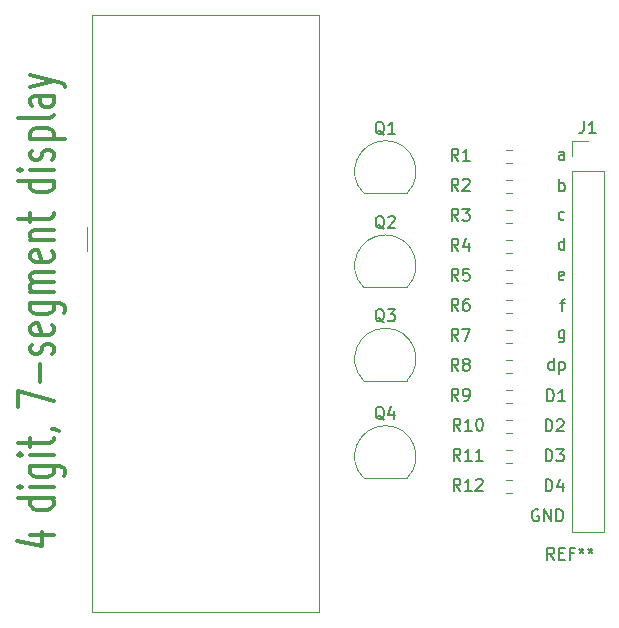
<source format=gbr>
%TF.GenerationSoftware,KiCad,Pcbnew,(7.0.0-0)*%
%TF.CreationDate,2023-03-23T20:34:07-04:00*%
%TF.ProjectId,EE5143_7Digit_FPGA,45453531-3433-45f3-9744-696769745f46,rev?*%
%TF.SameCoordinates,Original*%
%TF.FileFunction,Legend,Top*%
%TF.FilePolarity,Positive*%
%FSLAX46Y46*%
G04 Gerber Fmt 4.6, Leading zero omitted, Abs format (unit mm)*
G04 Created by KiCad (PCBNEW (7.0.0-0)) date 2023-03-23 20:34:07*
%MOMM*%
%LPD*%
G01*
G04 APERTURE LIST*
%ADD10C,0.150000*%
%ADD11C,0.300000*%
%ADD12C,0.120000*%
G04 APERTURE END LIST*
D10*
X138048904Y-73125000D02*
X137953666Y-73077380D01*
X137953666Y-73077380D02*
X137810809Y-73077380D01*
X137810809Y-73077380D02*
X137667952Y-73125000D01*
X137667952Y-73125000D02*
X137572714Y-73220238D01*
X137572714Y-73220238D02*
X137525095Y-73315476D01*
X137525095Y-73315476D02*
X137477476Y-73505952D01*
X137477476Y-73505952D02*
X137477476Y-73648809D01*
X137477476Y-73648809D02*
X137525095Y-73839285D01*
X137525095Y-73839285D02*
X137572714Y-73934523D01*
X137572714Y-73934523D02*
X137667952Y-74029761D01*
X137667952Y-74029761D02*
X137810809Y-74077380D01*
X137810809Y-74077380D02*
X137906047Y-74077380D01*
X137906047Y-74077380D02*
X138048904Y-74029761D01*
X138048904Y-74029761D02*
X138096523Y-73982142D01*
X138096523Y-73982142D02*
X138096523Y-73648809D01*
X138096523Y-73648809D02*
X137906047Y-73648809D01*
X138525095Y-74077380D02*
X138525095Y-73077380D01*
X138525095Y-73077380D02*
X139096523Y-74077380D01*
X139096523Y-74077380D02*
X139096523Y-73077380D01*
X139572714Y-74077380D02*
X139572714Y-73077380D01*
X139572714Y-73077380D02*
X139810809Y-73077380D01*
X139810809Y-73077380D02*
X139953666Y-73125000D01*
X139953666Y-73125000D02*
X140048904Y-73220238D01*
X140048904Y-73220238D02*
X140096523Y-73315476D01*
X140096523Y-73315476D02*
X140144142Y-73505952D01*
X140144142Y-73505952D02*
X140144142Y-73648809D01*
X140144142Y-73648809D02*
X140096523Y-73839285D01*
X140096523Y-73839285D02*
X140048904Y-73934523D01*
X140048904Y-73934523D02*
X139953666Y-74029761D01*
X139953666Y-74029761D02*
X139810809Y-74077380D01*
X139810809Y-74077380D02*
X139572714Y-74077380D01*
X138668095Y-71537380D02*
X138668095Y-70537380D01*
X138668095Y-70537380D02*
X138906190Y-70537380D01*
X138906190Y-70537380D02*
X139049047Y-70585000D01*
X139049047Y-70585000D02*
X139144285Y-70680238D01*
X139144285Y-70680238D02*
X139191904Y-70775476D01*
X139191904Y-70775476D02*
X139239523Y-70965952D01*
X139239523Y-70965952D02*
X139239523Y-71108809D01*
X139239523Y-71108809D02*
X139191904Y-71299285D01*
X139191904Y-71299285D02*
X139144285Y-71394523D01*
X139144285Y-71394523D02*
X139049047Y-71489761D01*
X139049047Y-71489761D02*
X138906190Y-71537380D01*
X138906190Y-71537380D02*
X138668095Y-71537380D01*
X140096666Y-70870714D02*
X140096666Y-71537380D01*
X139858571Y-70489761D02*
X139620476Y-71204047D01*
X139620476Y-71204047D02*
X140239523Y-71204047D01*
X138668095Y-68997380D02*
X138668095Y-67997380D01*
X138668095Y-67997380D02*
X138906190Y-67997380D01*
X138906190Y-67997380D02*
X139049047Y-68045000D01*
X139049047Y-68045000D02*
X139144285Y-68140238D01*
X139144285Y-68140238D02*
X139191904Y-68235476D01*
X139191904Y-68235476D02*
X139239523Y-68425952D01*
X139239523Y-68425952D02*
X139239523Y-68568809D01*
X139239523Y-68568809D02*
X139191904Y-68759285D01*
X139191904Y-68759285D02*
X139144285Y-68854523D01*
X139144285Y-68854523D02*
X139049047Y-68949761D01*
X139049047Y-68949761D02*
X138906190Y-68997380D01*
X138906190Y-68997380D02*
X138668095Y-68997380D01*
X139572857Y-67997380D02*
X140191904Y-67997380D01*
X140191904Y-67997380D02*
X139858571Y-68378333D01*
X139858571Y-68378333D02*
X140001428Y-68378333D01*
X140001428Y-68378333D02*
X140096666Y-68425952D01*
X140096666Y-68425952D02*
X140144285Y-68473571D01*
X140144285Y-68473571D02*
X140191904Y-68568809D01*
X140191904Y-68568809D02*
X140191904Y-68806904D01*
X140191904Y-68806904D02*
X140144285Y-68902142D01*
X140144285Y-68902142D02*
X140096666Y-68949761D01*
X140096666Y-68949761D02*
X140001428Y-68997380D01*
X140001428Y-68997380D02*
X139715714Y-68997380D01*
X139715714Y-68997380D02*
X139620476Y-68949761D01*
X139620476Y-68949761D02*
X139572857Y-68902142D01*
X138668095Y-66457380D02*
X138668095Y-65457380D01*
X138668095Y-65457380D02*
X138906190Y-65457380D01*
X138906190Y-65457380D02*
X139049047Y-65505000D01*
X139049047Y-65505000D02*
X139144285Y-65600238D01*
X139144285Y-65600238D02*
X139191904Y-65695476D01*
X139191904Y-65695476D02*
X139239523Y-65885952D01*
X139239523Y-65885952D02*
X139239523Y-66028809D01*
X139239523Y-66028809D02*
X139191904Y-66219285D01*
X139191904Y-66219285D02*
X139144285Y-66314523D01*
X139144285Y-66314523D02*
X139049047Y-66409761D01*
X139049047Y-66409761D02*
X138906190Y-66457380D01*
X138906190Y-66457380D02*
X138668095Y-66457380D01*
X139620476Y-65552619D02*
X139668095Y-65505000D01*
X139668095Y-65505000D02*
X139763333Y-65457380D01*
X139763333Y-65457380D02*
X140001428Y-65457380D01*
X140001428Y-65457380D02*
X140096666Y-65505000D01*
X140096666Y-65505000D02*
X140144285Y-65552619D01*
X140144285Y-65552619D02*
X140191904Y-65647857D01*
X140191904Y-65647857D02*
X140191904Y-65743095D01*
X140191904Y-65743095D02*
X140144285Y-65885952D01*
X140144285Y-65885952D02*
X139572857Y-66457380D01*
X139572857Y-66457380D02*
X140191904Y-66457380D01*
X138795095Y-63917380D02*
X138795095Y-62917380D01*
X138795095Y-62917380D02*
X139033190Y-62917380D01*
X139033190Y-62917380D02*
X139176047Y-62965000D01*
X139176047Y-62965000D02*
X139271285Y-63060238D01*
X139271285Y-63060238D02*
X139318904Y-63155476D01*
X139318904Y-63155476D02*
X139366523Y-63345952D01*
X139366523Y-63345952D02*
X139366523Y-63488809D01*
X139366523Y-63488809D02*
X139318904Y-63679285D01*
X139318904Y-63679285D02*
X139271285Y-63774523D01*
X139271285Y-63774523D02*
X139176047Y-63869761D01*
X139176047Y-63869761D02*
X139033190Y-63917380D01*
X139033190Y-63917380D02*
X138795095Y-63917380D01*
X140318904Y-63917380D02*
X139747476Y-63917380D01*
X140033190Y-63917380D02*
X140033190Y-62917380D01*
X140033190Y-62917380D02*
X139937952Y-63060238D01*
X139937952Y-63060238D02*
X139842714Y-63155476D01*
X139842714Y-63155476D02*
X139747476Y-63203095D01*
X139350666Y-61250380D02*
X139350666Y-60250380D01*
X139350666Y-61202761D02*
X139255428Y-61250380D01*
X139255428Y-61250380D02*
X139064952Y-61250380D01*
X139064952Y-61250380D02*
X138969714Y-61202761D01*
X138969714Y-61202761D02*
X138922095Y-61155142D01*
X138922095Y-61155142D02*
X138874476Y-61059904D01*
X138874476Y-61059904D02*
X138874476Y-60774190D01*
X138874476Y-60774190D02*
X138922095Y-60678952D01*
X138922095Y-60678952D02*
X138969714Y-60631333D01*
X138969714Y-60631333D02*
X139064952Y-60583714D01*
X139064952Y-60583714D02*
X139255428Y-60583714D01*
X139255428Y-60583714D02*
X139350666Y-60631333D01*
X139826857Y-60583714D02*
X139826857Y-61583714D01*
X139826857Y-60631333D02*
X139922095Y-60583714D01*
X139922095Y-60583714D02*
X140112571Y-60583714D01*
X140112571Y-60583714D02*
X140207809Y-60631333D01*
X140207809Y-60631333D02*
X140255428Y-60678952D01*
X140255428Y-60678952D02*
X140303047Y-60774190D01*
X140303047Y-60774190D02*
X140303047Y-61059904D01*
X140303047Y-61059904D02*
X140255428Y-61155142D01*
X140255428Y-61155142D02*
X140207809Y-61202761D01*
X140207809Y-61202761D02*
X140112571Y-61250380D01*
X140112571Y-61250380D02*
X139922095Y-61250380D01*
X139922095Y-61250380D02*
X139826857Y-61202761D01*
X140239666Y-57916714D02*
X140239666Y-58726238D01*
X140239666Y-58726238D02*
X140192047Y-58821476D01*
X140192047Y-58821476D02*
X140144428Y-58869095D01*
X140144428Y-58869095D02*
X140049190Y-58916714D01*
X140049190Y-58916714D02*
X139906333Y-58916714D01*
X139906333Y-58916714D02*
X139811095Y-58869095D01*
X140239666Y-58535761D02*
X140144428Y-58583380D01*
X140144428Y-58583380D02*
X139953952Y-58583380D01*
X139953952Y-58583380D02*
X139858714Y-58535761D01*
X139858714Y-58535761D02*
X139811095Y-58488142D01*
X139811095Y-58488142D02*
X139763476Y-58392904D01*
X139763476Y-58392904D02*
X139763476Y-58107190D01*
X139763476Y-58107190D02*
X139811095Y-58011952D01*
X139811095Y-58011952D02*
X139858714Y-57964333D01*
X139858714Y-57964333D02*
X139953952Y-57916714D01*
X139953952Y-57916714D02*
X140144428Y-57916714D01*
X140144428Y-57916714D02*
X140239666Y-57964333D01*
X139922238Y-55630714D02*
X140303190Y-55630714D01*
X140065095Y-56297380D02*
X140065095Y-55440238D01*
X140065095Y-55440238D02*
X140112714Y-55345000D01*
X140112714Y-55345000D02*
X140207952Y-55297380D01*
X140207952Y-55297380D02*
X140303190Y-55297380D01*
X140192047Y-53582761D02*
X140096809Y-53630380D01*
X140096809Y-53630380D02*
X139906333Y-53630380D01*
X139906333Y-53630380D02*
X139811095Y-53582761D01*
X139811095Y-53582761D02*
X139763476Y-53487523D01*
X139763476Y-53487523D02*
X139763476Y-53106571D01*
X139763476Y-53106571D02*
X139811095Y-53011333D01*
X139811095Y-53011333D02*
X139906333Y-52963714D01*
X139906333Y-52963714D02*
X140096809Y-52963714D01*
X140096809Y-52963714D02*
X140192047Y-53011333D01*
X140192047Y-53011333D02*
X140239666Y-53106571D01*
X140239666Y-53106571D02*
X140239666Y-53201809D01*
X140239666Y-53201809D02*
X139763476Y-53297047D01*
X140239666Y-51090380D02*
X140239666Y-50090380D01*
X140239666Y-51042761D02*
X140144428Y-51090380D01*
X140144428Y-51090380D02*
X139953952Y-51090380D01*
X139953952Y-51090380D02*
X139858714Y-51042761D01*
X139858714Y-51042761D02*
X139811095Y-50995142D01*
X139811095Y-50995142D02*
X139763476Y-50899904D01*
X139763476Y-50899904D02*
X139763476Y-50614190D01*
X139763476Y-50614190D02*
X139811095Y-50518952D01*
X139811095Y-50518952D02*
X139858714Y-50471333D01*
X139858714Y-50471333D02*
X139953952Y-50423714D01*
X139953952Y-50423714D02*
X140144428Y-50423714D01*
X140144428Y-50423714D02*
X140239666Y-50471333D01*
X140239666Y-48502761D02*
X140144428Y-48550380D01*
X140144428Y-48550380D02*
X139953952Y-48550380D01*
X139953952Y-48550380D02*
X139858714Y-48502761D01*
X139858714Y-48502761D02*
X139811095Y-48455142D01*
X139811095Y-48455142D02*
X139763476Y-48359904D01*
X139763476Y-48359904D02*
X139763476Y-48074190D01*
X139763476Y-48074190D02*
X139811095Y-47978952D01*
X139811095Y-47978952D02*
X139858714Y-47931333D01*
X139858714Y-47931333D02*
X139953952Y-47883714D01*
X139953952Y-47883714D02*
X140144428Y-47883714D01*
X140144428Y-47883714D02*
X140239666Y-47931333D01*
X139811095Y-46137380D02*
X139811095Y-45137380D01*
X139811095Y-45518333D02*
X139906333Y-45470714D01*
X139906333Y-45470714D02*
X140096809Y-45470714D01*
X140096809Y-45470714D02*
X140192047Y-45518333D01*
X140192047Y-45518333D02*
X140239666Y-45565952D01*
X140239666Y-45565952D02*
X140287285Y-45661190D01*
X140287285Y-45661190D02*
X140287285Y-45946904D01*
X140287285Y-45946904D02*
X140239666Y-46042142D01*
X140239666Y-46042142D02*
X140192047Y-46089761D01*
X140192047Y-46089761D02*
X140096809Y-46137380D01*
X140096809Y-46137380D02*
X139906333Y-46137380D01*
X139906333Y-46137380D02*
X139811095Y-46089761D01*
X140239666Y-43470380D02*
X140239666Y-42946571D01*
X140239666Y-42946571D02*
X140192047Y-42851333D01*
X140192047Y-42851333D02*
X140096809Y-42803714D01*
X140096809Y-42803714D02*
X139906333Y-42803714D01*
X139906333Y-42803714D02*
X139811095Y-42851333D01*
X140239666Y-43422761D02*
X140144428Y-43470380D01*
X140144428Y-43470380D02*
X139906333Y-43470380D01*
X139906333Y-43470380D02*
X139811095Y-43422761D01*
X139811095Y-43422761D02*
X139763476Y-43327523D01*
X139763476Y-43327523D02*
X139763476Y-43232285D01*
X139763476Y-43232285D02*
X139811095Y-43137047D01*
X139811095Y-43137047D02*
X139906333Y-43089428D01*
X139906333Y-43089428D02*
X140144428Y-43089428D01*
X140144428Y-43089428D02*
X140239666Y-43041809D01*
D11*
X95010142Y-75247666D02*
X97010142Y-75247666D01*
X93867285Y-75723857D02*
X96010142Y-76200047D01*
X96010142Y-76200047D02*
X96010142Y-74961952D01*
X97010142Y-72142904D02*
X94010142Y-72142904D01*
X96867285Y-72142904D02*
X97010142Y-72333380D01*
X97010142Y-72333380D02*
X97010142Y-72714333D01*
X97010142Y-72714333D02*
X96867285Y-72904809D01*
X96867285Y-72904809D02*
X96724428Y-73000047D01*
X96724428Y-73000047D02*
X96438714Y-73095285D01*
X96438714Y-73095285D02*
X95581571Y-73095285D01*
X95581571Y-73095285D02*
X95295857Y-73000047D01*
X95295857Y-73000047D02*
X95153000Y-72904809D01*
X95153000Y-72904809D02*
X95010142Y-72714333D01*
X95010142Y-72714333D02*
X95010142Y-72333380D01*
X95010142Y-72333380D02*
X95153000Y-72142904D01*
X97010142Y-71190523D02*
X95010142Y-71190523D01*
X94010142Y-71190523D02*
X94153000Y-71285761D01*
X94153000Y-71285761D02*
X94295857Y-71190523D01*
X94295857Y-71190523D02*
X94153000Y-71095285D01*
X94153000Y-71095285D02*
X94010142Y-71190523D01*
X94010142Y-71190523D02*
X94295857Y-71190523D01*
X95010142Y-69380999D02*
X97438714Y-69380999D01*
X97438714Y-69380999D02*
X97724428Y-69476237D01*
X97724428Y-69476237D02*
X97867285Y-69571475D01*
X97867285Y-69571475D02*
X98010142Y-69761952D01*
X98010142Y-69761952D02*
X98010142Y-70047666D01*
X98010142Y-70047666D02*
X97867285Y-70238142D01*
X96867285Y-69380999D02*
X97010142Y-69571475D01*
X97010142Y-69571475D02*
X97010142Y-69952428D01*
X97010142Y-69952428D02*
X96867285Y-70142904D01*
X96867285Y-70142904D02*
X96724428Y-70238142D01*
X96724428Y-70238142D02*
X96438714Y-70333380D01*
X96438714Y-70333380D02*
X95581571Y-70333380D01*
X95581571Y-70333380D02*
X95295857Y-70238142D01*
X95295857Y-70238142D02*
X95153000Y-70142904D01*
X95153000Y-70142904D02*
X95010142Y-69952428D01*
X95010142Y-69952428D02*
X95010142Y-69571475D01*
X95010142Y-69571475D02*
X95153000Y-69380999D01*
X97010142Y-68428618D02*
X95010142Y-68428618D01*
X94010142Y-68428618D02*
X94153000Y-68523856D01*
X94153000Y-68523856D02*
X94295857Y-68428618D01*
X94295857Y-68428618D02*
X94153000Y-68333380D01*
X94153000Y-68333380D02*
X94010142Y-68428618D01*
X94010142Y-68428618D02*
X94295857Y-68428618D01*
X95010142Y-67761951D02*
X95010142Y-67000047D01*
X94010142Y-67476237D02*
X96581571Y-67476237D01*
X96581571Y-67476237D02*
X96867285Y-67380999D01*
X96867285Y-67380999D02*
X97010142Y-67190523D01*
X97010142Y-67190523D02*
X97010142Y-67000047D01*
X96867285Y-66238142D02*
X97010142Y-66238142D01*
X97010142Y-66238142D02*
X97295857Y-66333380D01*
X97295857Y-66333380D02*
X97438714Y-66428618D01*
X94010142Y-64371475D02*
X94010142Y-63038142D01*
X94010142Y-63038142D02*
X97010142Y-63895285D01*
X95867285Y-62276237D02*
X95867285Y-60752428D01*
X96867285Y-59895285D02*
X97010142Y-59704809D01*
X97010142Y-59704809D02*
X97010142Y-59323857D01*
X97010142Y-59323857D02*
X96867285Y-59133380D01*
X96867285Y-59133380D02*
X96581571Y-59038142D01*
X96581571Y-59038142D02*
X96438714Y-59038142D01*
X96438714Y-59038142D02*
X96153000Y-59133380D01*
X96153000Y-59133380D02*
X96010142Y-59323857D01*
X96010142Y-59323857D02*
X96010142Y-59609571D01*
X96010142Y-59609571D02*
X95867285Y-59800047D01*
X95867285Y-59800047D02*
X95581571Y-59895285D01*
X95581571Y-59895285D02*
X95438714Y-59895285D01*
X95438714Y-59895285D02*
X95153000Y-59800047D01*
X95153000Y-59800047D02*
X95010142Y-59609571D01*
X95010142Y-59609571D02*
X95010142Y-59323857D01*
X95010142Y-59323857D02*
X95153000Y-59133380D01*
X96867285Y-57419094D02*
X97010142Y-57609570D01*
X97010142Y-57609570D02*
X97010142Y-57990523D01*
X97010142Y-57990523D02*
X96867285Y-58180999D01*
X96867285Y-58180999D02*
X96581571Y-58276237D01*
X96581571Y-58276237D02*
X95438714Y-58276237D01*
X95438714Y-58276237D02*
X95153000Y-58180999D01*
X95153000Y-58180999D02*
X95010142Y-57990523D01*
X95010142Y-57990523D02*
X95010142Y-57609570D01*
X95010142Y-57609570D02*
X95153000Y-57419094D01*
X95153000Y-57419094D02*
X95438714Y-57323856D01*
X95438714Y-57323856D02*
X95724428Y-57323856D01*
X95724428Y-57323856D02*
X96010142Y-58276237D01*
X95010142Y-55609570D02*
X97438714Y-55609570D01*
X97438714Y-55609570D02*
X97724428Y-55704808D01*
X97724428Y-55704808D02*
X97867285Y-55800046D01*
X97867285Y-55800046D02*
X98010142Y-55990523D01*
X98010142Y-55990523D02*
X98010142Y-56276237D01*
X98010142Y-56276237D02*
X97867285Y-56466713D01*
X96867285Y-55609570D02*
X97010142Y-55800046D01*
X97010142Y-55800046D02*
X97010142Y-56180999D01*
X97010142Y-56180999D02*
X96867285Y-56371475D01*
X96867285Y-56371475D02*
X96724428Y-56466713D01*
X96724428Y-56466713D02*
X96438714Y-56561951D01*
X96438714Y-56561951D02*
X95581571Y-56561951D01*
X95581571Y-56561951D02*
X95295857Y-56466713D01*
X95295857Y-56466713D02*
X95153000Y-56371475D01*
X95153000Y-56371475D02*
X95010142Y-56180999D01*
X95010142Y-56180999D02*
X95010142Y-55800046D01*
X95010142Y-55800046D02*
X95153000Y-55609570D01*
X97010142Y-54657189D02*
X95010142Y-54657189D01*
X95295857Y-54657189D02*
X95153000Y-54561951D01*
X95153000Y-54561951D02*
X95010142Y-54371475D01*
X95010142Y-54371475D02*
X95010142Y-54085760D01*
X95010142Y-54085760D02*
X95153000Y-53895284D01*
X95153000Y-53895284D02*
X95438714Y-53800046D01*
X95438714Y-53800046D02*
X97010142Y-53800046D01*
X95438714Y-53800046D02*
X95153000Y-53704808D01*
X95153000Y-53704808D02*
X95010142Y-53514332D01*
X95010142Y-53514332D02*
X95010142Y-53228618D01*
X95010142Y-53228618D02*
X95153000Y-53038141D01*
X95153000Y-53038141D02*
X95438714Y-52942903D01*
X95438714Y-52942903D02*
X97010142Y-52942903D01*
X96867285Y-51228617D02*
X97010142Y-51419093D01*
X97010142Y-51419093D02*
X97010142Y-51800046D01*
X97010142Y-51800046D02*
X96867285Y-51990522D01*
X96867285Y-51990522D02*
X96581571Y-52085760D01*
X96581571Y-52085760D02*
X95438714Y-52085760D01*
X95438714Y-52085760D02*
X95153000Y-51990522D01*
X95153000Y-51990522D02*
X95010142Y-51800046D01*
X95010142Y-51800046D02*
X95010142Y-51419093D01*
X95010142Y-51419093D02*
X95153000Y-51228617D01*
X95153000Y-51228617D02*
X95438714Y-51133379D01*
X95438714Y-51133379D02*
X95724428Y-51133379D01*
X95724428Y-51133379D02*
X96010142Y-52085760D01*
X95010142Y-50276236D02*
X97010142Y-50276236D01*
X95295857Y-50276236D02*
X95153000Y-50180998D01*
X95153000Y-50180998D02*
X95010142Y-49990522D01*
X95010142Y-49990522D02*
X95010142Y-49704807D01*
X95010142Y-49704807D02*
X95153000Y-49514331D01*
X95153000Y-49514331D02*
X95438714Y-49419093D01*
X95438714Y-49419093D02*
X97010142Y-49419093D01*
X95010142Y-48752426D02*
X95010142Y-47990522D01*
X94010142Y-48466712D02*
X96581571Y-48466712D01*
X96581571Y-48466712D02*
X96867285Y-48371474D01*
X96867285Y-48371474D02*
X97010142Y-48180998D01*
X97010142Y-48180998D02*
X97010142Y-47990522D01*
X97010142Y-45266712D02*
X94010142Y-45266712D01*
X96867285Y-45266712D02*
X97010142Y-45457188D01*
X97010142Y-45457188D02*
X97010142Y-45838141D01*
X97010142Y-45838141D02*
X96867285Y-46028617D01*
X96867285Y-46028617D02*
X96724428Y-46123855D01*
X96724428Y-46123855D02*
X96438714Y-46219093D01*
X96438714Y-46219093D02*
X95581571Y-46219093D01*
X95581571Y-46219093D02*
X95295857Y-46123855D01*
X95295857Y-46123855D02*
X95153000Y-46028617D01*
X95153000Y-46028617D02*
X95010142Y-45838141D01*
X95010142Y-45838141D02*
X95010142Y-45457188D01*
X95010142Y-45457188D02*
X95153000Y-45266712D01*
X97010142Y-44314331D02*
X95010142Y-44314331D01*
X94010142Y-44314331D02*
X94153000Y-44409569D01*
X94153000Y-44409569D02*
X94295857Y-44314331D01*
X94295857Y-44314331D02*
X94153000Y-44219093D01*
X94153000Y-44219093D02*
X94010142Y-44314331D01*
X94010142Y-44314331D02*
X94295857Y-44314331D01*
X96867285Y-43457188D02*
X97010142Y-43266712D01*
X97010142Y-43266712D02*
X97010142Y-42885760D01*
X97010142Y-42885760D02*
X96867285Y-42695283D01*
X96867285Y-42695283D02*
X96581571Y-42600045D01*
X96581571Y-42600045D02*
X96438714Y-42600045D01*
X96438714Y-42600045D02*
X96153000Y-42695283D01*
X96153000Y-42695283D02*
X96010142Y-42885760D01*
X96010142Y-42885760D02*
X96010142Y-43171474D01*
X96010142Y-43171474D02*
X95867285Y-43361950D01*
X95867285Y-43361950D02*
X95581571Y-43457188D01*
X95581571Y-43457188D02*
X95438714Y-43457188D01*
X95438714Y-43457188D02*
X95153000Y-43361950D01*
X95153000Y-43361950D02*
X95010142Y-43171474D01*
X95010142Y-43171474D02*
X95010142Y-42885760D01*
X95010142Y-42885760D02*
X95153000Y-42695283D01*
X95010142Y-41742902D02*
X98010142Y-41742902D01*
X95153000Y-41742902D02*
X95010142Y-41552426D01*
X95010142Y-41552426D02*
X95010142Y-41171473D01*
X95010142Y-41171473D02*
X95153000Y-40980997D01*
X95153000Y-40980997D02*
X95295857Y-40885759D01*
X95295857Y-40885759D02*
X95581571Y-40790521D01*
X95581571Y-40790521D02*
X96438714Y-40790521D01*
X96438714Y-40790521D02*
X96724428Y-40885759D01*
X96724428Y-40885759D02*
X96867285Y-40980997D01*
X96867285Y-40980997D02*
X97010142Y-41171473D01*
X97010142Y-41171473D02*
X97010142Y-41552426D01*
X97010142Y-41552426D02*
X96867285Y-41742902D01*
X97010142Y-39647664D02*
X96867285Y-39838140D01*
X96867285Y-39838140D02*
X96581571Y-39933378D01*
X96581571Y-39933378D02*
X94010142Y-39933378D01*
X97010142Y-38028616D02*
X95438714Y-38028616D01*
X95438714Y-38028616D02*
X95153000Y-38123854D01*
X95153000Y-38123854D02*
X95010142Y-38314330D01*
X95010142Y-38314330D02*
X95010142Y-38695283D01*
X95010142Y-38695283D02*
X95153000Y-38885759D01*
X96867285Y-38028616D02*
X97010142Y-38219092D01*
X97010142Y-38219092D02*
X97010142Y-38695283D01*
X97010142Y-38695283D02*
X96867285Y-38885759D01*
X96867285Y-38885759D02*
X96581571Y-38980997D01*
X96581571Y-38980997D02*
X96295857Y-38980997D01*
X96295857Y-38980997D02*
X96010142Y-38885759D01*
X96010142Y-38885759D02*
X95867285Y-38695283D01*
X95867285Y-38695283D02*
X95867285Y-38219092D01*
X95867285Y-38219092D02*
X95724428Y-38028616D01*
X95010142Y-37266711D02*
X97010142Y-36790521D01*
X95010142Y-36314330D02*
X97010142Y-36790521D01*
X97010142Y-36790521D02*
X97724428Y-36980997D01*
X97724428Y-36980997D02*
X97867285Y-37076235D01*
X97867285Y-37076235D02*
X98010142Y-37266711D01*
D10*
%TO.C,REF\u002A\u002A*%
X139382666Y-77320380D02*
X139049333Y-76844190D01*
X138811238Y-77320380D02*
X138811238Y-76320380D01*
X138811238Y-76320380D02*
X139192190Y-76320380D01*
X139192190Y-76320380D02*
X139287428Y-76368000D01*
X139287428Y-76368000D02*
X139335047Y-76415619D01*
X139335047Y-76415619D02*
X139382666Y-76510857D01*
X139382666Y-76510857D02*
X139382666Y-76653714D01*
X139382666Y-76653714D02*
X139335047Y-76748952D01*
X139335047Y-76748952D02*
X139287428Y-76796571D01*
X139287428Y-76796571D02*
X139192190Y-76844190D01*
X139192190Y-76844190D02*
X138811238Y-76844190D01*
X139811238Y-76796571D02*
X140144571Y-76796571D01*
X140287428Y-77320380D02*
X139811238Y-77320380D01*
X139811238Y-77320380D02*
X139811238Y-76320380D01*
X139811238Y-76320380D02*
X140287428Y-76320380D01*
X141049333Y-76796571D02*
X140716000Y-76796571D01*
X140716000Y-77320380D02*
X140716000Y-76320380D01*
X140716000Y-76320380D02*
X141192190Y-76320380D01*
X141716000Y-76320380D02*
X141716000Y-76558476D01*
X141477905Y-76463238D02*
X141716000Y-76558476D01*
X141716000Y-76558476D02*
X141954095Y-76463238D01*
X141573143Y-76748952D02*
X141716000Y-76558476D01*
X141716000Y-76558476D02*
X141858857Y-76748952D01*
X142477905Y-76320380D02*
X142477905Y-76558476D01*
X142239810Y-76463238D02*
X142477905Y-76558476D01*
X142477905Y-76558476D02*
X142716000Y-76463238D01*
X142335048Y-76748952D02*
X142477905Y-76558476D01*
X142477905Y-76558476D02*
X142620762Y-76748952D01*
%TO.C,Q3*%
X124999761Y-57227619D02*
X124904523Y-57180000D01*
X124904523Y-57180000D02*
X124809285Y-57084761D01*
X124809285Y-57084761D02*
X124666428Y-56941904D01*
X124666428Y-56941904D02*
X124571190Y-56894285D01*
X124571190Y-56894285D02*
X124475952Y-56894285D01*
X124523571Y-57132380D02*
X124428333Y-57084761D01*
X124428333Y-57084761D02*
X124333095Y-56989523D01*
X124333095Y-56989523D02*
X124285476Y-56799047D01*
X124285476Y-56799047D02*
X124285476Y-56465714D01*
X124285476Y-56465714D02*
X124333095Y-56275238D01*
X124333095Y-56275238D02*
X124428333Y-56180000D01*
X124428333Y-56180000D02*
X124523571Y-56132380D01*
X124523571Y-56132380D02*
X124714047Y-56132380D01*
X124714047Y-56132380D02*
X124809285Y-56180000D01*
X124809285Y-56180000D02*
X124904523Y-56275238D01*
X124904523Y-56275238D02*
X124952142Y-56465714D01*
X124952142Y-56465714D02*
X124952142Y-56799047D01*
X124952142Y-56799047D02*
X124904523Y-56989523D01*
X124904523Y-56989523D02*
X124809285Y-57084761D01*
X124809285Y-57084761D02*
X124714047Y-57132380D01*
X124714047Y-57132380D02*
X124523571Y-57132380D01*
X125285476Y-56132380D02*
X125904523Y-56132380D01*
X125904523Y-56132380D02*
X125571190Y-56513333D01*
X125571190Y-56513333D02*
X125714047Y-56513333D01*
X125714047Y-56513333D02*
X125809285Y-56560952D01*
X125809285Y-56560952D02*
X125856904Y-56608571D01*
X125856904Y-56608571D02*
X125904523Y-56703809D01*
X125904523Y-56703809D02*
X125904523Y-56941904D01*
X125904523Y-56941904D02*
X125856904Y-57037142D01*
X125856904Y-57037142D02*
X125809285Y-57084761D01*
X125809285Y-57084761D02*
X125714047Y-57132380D01*
X125714047Y-57132380D02*
X125428333Y-57132380D01*
X125428333Y-57132380D02*
X125333095Y-57084761D01*
X125333095Y-57084761D02*
X125285476Y-57037142D01*
%TO.C,R7*%
X131278333Y-58787380D02*
X130945000Y-58311190D01*
X130706905Y-58787380D02*
X130706905Y-57787380D01*
X130706905Y-57787380D02*
X131087857Y-57787380D01*
X131087857Y-57787380D02*
X131183095Y-57835000D01*
X131183095Y-57835000D02*
X131230714Y-57882619D01*
X131230714Y-57882619D02*
X131278333Y-57977857D01*
X131278333Y-57977857D02*
X131278333Y-58120714D01*
X131278333Y-58120714D02*
X131230714Y-58215952D01*
X131230714Y-58215952D02*
X131183095Y-58263571D01*
X131183095Y-58263571D02*
X131087857Y-58311190D01*
X131087857Y-58311190D02*
X130706905Y-58311190D01*
X131611667Y-57787380D02*
X132278333Y-57787380D01*
X132278333Y-57787380D02*
X131849762Y-58787380D01*
%TO.C,R12*%
X131437142Y-71487380D02*
X131103809Y-71011190D01*
X130865714Y-71487380D02*
X130865714Y-70487380D01*
X130865714Y-70487380D02*
X131246666Y-70487380D01*
X131246666Y-70487380D02*
X131341904Y-70535000D01*
X131341904Y-70535000D02*
X131389523Y-70582619D01*
X131389523Y-70582619D02*
X131437142Y-70677857D01*
X131437142Y-70677857D02*
X131437142Y-70820714D01*
X131437142Y-70820714D02*
X131389523Y-70915952D01*
X131389523Y-70915952D02*
X131341904Y-70963571D01*
X131341904Y-70963571D02*
X131246666Y-71011190D01*
X131246666Y-71011190D02*
X130865714Y-71011190D01*
X132389523Y-71487380D02*
X131818095Y-71487380D01*
X132103809Y-71487380D02*
X132103809Y-70487380D01*
X132103809Y-70487380D02*
X132008571Y-70630238D01*
X132008571Y-70630238D02*
X131913333Y-70725476D01*
X131913333Y-70725476D02*
X131818095Y-70773095D01*
X132770476Y-70582619D02*
X132818095Y-70535000D01*
X132818095Y-70535000D02*
X132913333Y-70487380D01*
X132913333Y-70487380D02*
X133151428Y-70487380D01*
X133151428Y-70487380D02*
X133246666Y-70535000D01*
X133246666Y-70535000D02*
X133294285Y-70582619D01*
X133294285Y-70582619D02*
X133341904Y-70677857D01*
X133341904Y-70677857D02*
X133341904Y-70773095D01*
X133341904Y-70773095D02*
X133294285Y-70915952D01*
X133294285Y-70915952D02*
X132722857Y-71487380D01*
X132722857Y-71487380D02*
X133341904Y-71487380D01*
%TO.C,R11*%
X131437142Y-68947380D02*
X131103809Y-68471190D01*
X130865714Y-68947380D02*
X130865714Y-67947380D01*
X130865714Y-67947380D02*
X131246666Y-67947380D01*
X131246666Y-67947380D02*
X131341904Y-67995000D01*
X131341904Y-67995000D02*
X131389523Y-68042619D01*
X131389523Y-68042619D02*
X131437142Y-68137857D01*
X131437142Y-68137857D02*
X131437142Y-68280714D01*
X131437142Y-68280714D02*
X131389523Y-68375952D01*
X131389523Y-68375952D02*
X131341904Y-68423571D01*
X131341904Y-68423571D02*
X131246666Y-68471190D01*
X131246666Y-68471190D02*
X130865714Y-68471190D01*
X132389523Y-68947380D02*
X131818095Y-68947380D01*
X132103809Y-68947380D02*
X132103809Y-67947380D01*
X132103809Y-67947380D02*
X132008571Y-68090238D01*
X132008571Y-68090238D02*
X131913333Y-68185476D01*
X131913333Y-68185476D02*
X131818095Y-68233095D01*
X133341904Y-68947380D02*
X132770476Y-68947380D01*
X133056190Y-68947380D02*
X133056190Y-67947380D01*
X133056190Y-67947380D02*
X132960952Y-68090238D01*
X132960952Y-68090238D02*
X132865714Y-68185476D01*
X132865714Y-68185476D02*
X132770476Y-68233095D01*
%TO.C,R10*%
X131437142Y-66407380D02*
X131103809Y-65931190D01*
X130865714Y-66407380D02*
X130865714Y-65407380D01*
X130865714Y-65407380D02*
X131246666Y-65407380D01*
X131246666Y-65407380D02*
X131341904Y-65455000D01*
X131341904Y-65455000D02*
X131389523Y-65502619D01*
X131389523Y-65502619D02*
X131437142Y-65597857D01*
X131437142Y-65597857D02*
X131437142Y-65740714D01*
X131437142Y-65740714D02*
X131389523Y-65835952D01*
X131389523Y-65835952D02*
X131341904Y-65883571D01*
X131341904Y-65883571D02*
X131246666Y-65931190D01*
X131246666Y-65931190D02*
X130865714Y-65931190D01*
X132389523Y-66407380D02*
X131818095Y-66407380D01*
X132103809Y-66407380D02*
X132103809Y-65407380D01*
X132103809Y-65407380D02*
X132008571Y-65550238D01*
X132008571Y-65550238D02*
X131913333Y-65645476D01*
X131913333Y-65645476D02*
X131818095Y-65693095D01*
X133008571Y-65407380D02*
X133103809Y-65407380D01*
X133103809Y-65407380D02*
X133199047Y-65455000D01*
X133199047Y-65455000D02*
X133246666Y-65502619D01*
X133246666Y-65502619D02*
X133294285Y-65597857D01*
X133294285Y-65597857D02*
X133341904Y-65788333D01*
X133341904Y-65788333D02*
X133341904Y-66026428D01*
X133341904Y-66026428D02*
X133294285Y-66216904D01*
X133294285Y-66216904D02*
X133246666Y-66312142D01*
X133246666Y-66312142D02*
X133199047Y-66359761D01*
X133199047Y-66359761D02*
X133103809Y-66407380D01*
X133103809Y-66407380D02*
X133008571Y-66407380D01*
X133008571Y-66407380D02*
X132913333Y-66359761D01*
X132913333Y-66359761D02*
X132865714Y-66312142D01*
X132865714Y-66312142D02*
X132818095Y-66216904D01*
X132818095Y-66216904D02*
X132770476Y-66026428D01*
X132770476Y-66026428D02*
X132770476Y-65788333D01*
X132770476Y-65788333D02*
X132818095Y-65597857D01*
X132818095Y-65597857D02*
X132865714Y-65502619D01*
X132865714Y-65502619D02*
X132913333Y-65455000D01*
X132913333Y-65455000D02*
X133008571Y-65407380D01*
%TO.C,R9*%
X131278333Y-63867380D02*
X130945000Y-63391190D01*
X130706905Y-63867380D02*
X130706905Y-62867380D01*
X130706905Y-62867380D02*
X131087857Y-62867380D01*
X131087857Y-62867380D02*
X131183095Y-62915000D01*
X131183095Y-62915000D02*
X131230714Y-62962619D01*
X131230714Y-62962619D02*
X131278333Y-63057857D01*
X131278333Y-63057857D02*
X131278333Y-63200714D01*
X131278333Y-63200714D02*
X131230714Y-63295952D01*
X131230714Y-63295952D02*
X131183095Y-63343571D01*
X131183095Y-63343571D02*
X131087857Y-63391190D01*
X131087857Y-63391190D02*
X130706905Y-63391190D01*
X131754524Y-63867380D02*
X131945000Y-63867380D01*
X131945000Y-63867380D02*
X132040238Y-63819761D01*
X132040238Y-63819761D02*
X132087857Y-63772142D01*
X132087857Y-63772142D02*
X132183095Y-63629285D01*
X132183095Y-63629285D02*
X132230714Y-63438809D01*
X132230714Y-63438809D02*
X132230714Y-63057857D01*
X132230714Y-63057857D02*
X132183095Y-62962619D01*
X132183095Y-62962619D02*
X132135476Y-62915000D01*
X132135476Y-62915000D02*
X132040238Y-62867380D01*
X132040238Y-62867380D02*
X131849762Y-62867380D01*
X131849762Y-62867380D02*
X131754524Y-62915000D01*
X131754524Y-62915000D02*
X131706905Y-62962619D01*
X131706905Y-62962619D02*
X131659286Y-63057857D01*
X131659286Y-63057857D02*
X131659286Y-63295952D01*
X131659286Y-63295952D02*
X131706905Y-63391190D01*
X131706905Y-63391190D02*
X131754524Y-63438809D01*
X131754524Y-63438809D02*
X131849762Y-63486428D01*
X131849762Y-63486428D02*
X132040238Y-63486428D01*
X132040238Y-63486428D02*
X132135476Y-63438809D01*
X132135476Y-63438809D02*
X132183095Y-63391190D01*
X132183095Y-63391190D02*
X132230714Y-63295952D01*
%TO.C,R8*%
X131278333Y-61327380D02*
X130945000Y-60851190D01*
X130706905Y-61327380D02*
X130706905Y-60327380D01*
X130706905Y-60327380D02*
X131087857Y-60327380D01*
X131087857Y-60327380D02*
X131183095Y-60375000D01*
X131183095Y-60375000D02*
X131230714Y-60422619D01*
X131230714Y-60422619D02*
X131278333Y-60517857D01*
X131278333Y-60517857D02*
X131278333Y-60660714D01*
X131278333Y-60660714D02*
X131230714Y-60755952D01*
X131230714Y-60755952D02*
X131183095Y-60803571D01*
X131183095Y-60803571D02*
X131087857Y-60851190D01*
X131087857Y-60851190D02*
X130706905Y-60851190D01*
X131849762Y-60755952D02*
X131754524Y-60708333D01*
X131754524Y-60708333D02*
X131706905Y-60660714D01*
X131706905Y-60660714D02*
X131659286Y-60565476D01*
X131659286Y-60565476D02*
X131659286Y-60517857D01*
X131659286Y-60517857D02*
X131706905Y-60422619D01*
X131706905Y-60422619D02*
X131754524Y-60375000D01*
X131754524Y-60375000D02*
X131849762Y-60327380D01*
X131849762Y-60327380D02*
X132040238Y-60327380D01*
X132040238Y-60327380D02*
X132135476Y-60375000D01*
X132135476Y-60375000D02*
X132183095Y-60422619D01*
X132183095Y-60422619D02*
X132230714Y-60517857D01*
X132230714Y-60517857D02*
X132230714Y-60565476D01*
X132230714Y-60565476D02*
X132183095Y-60660714D01*
X132183095Y-60660714D02*
X132135476Y-60708333D01*
X132135476Y-60708333D02*
X132040238Y-60755952D01*
X132040238Y-60755952D02*
X131849762Y-60755952D01*
X131849762Y-60755952D02*
X131754524Y-60803571D01*
X131754524Y-60803571D02*
X131706905Y-60851190D01*
X131706905Y-60851190D02*
X131659286Y-60946428D01*
X131659286Y-60946428D02*
X131659286Y-61136904D01*
X131659286Y-61136904D02*
X131706905Y-61232142D01*
X131706905Y-61232142D02*
X131754524Y-61279761D01*
X131754524Y-61279761D02*
X131849762Y-61327380D01*
X131849762Y-61327380D02*
X132040238Y-61327380D01*
X132040238Y-61327380D02*
X132135476Y-61279761D01*
X132135476Y-61279761D02*
X132183095Y-61232142D01*
X132183095Y-61232142D02*
X132230714Y-61136904D01*
X132230714Y-61136904D02*
X132230714Y-60946428D01*
X132230714Y-60946428D02*
X132183095Y-60851190D01*
X132183095Y-60851190D02*
X132135476Y-60803571D01*
X132135476Y-60803571D02*
X132040238Y-60755952D01*
%TO.C,R6*%
X131278333Y-56247380D02*
X130945000Y-55771190D01*
X130706905Y-56247380D02*
X130706905Y-55247380D01*
X130706905Y-55247380D02*
X131087857Y-55247380D01*
X131087857Y-55247380D02*
X131183095Y-55295000D01*
X131183095Y-55295000D02*
X131230714Y-55342619D01*
X131230714Y-55342619D02*
X131278333Y-55437857D01*
X131278333Y-55437857D02*
X131278333Y-55580714D01*
X131278333Y-55580714D02*
X131230714Y-55675952D01*
X131230714Y-55675952D02*
X131183095Y-55723571D01*
X131183095Y-55723571D02*
X131087857Y-55771190D01*
X131087857Y-55771190D02*
X130706905Y-55771190D01*
X132135476Y-55247380D02*
X131945000Y-55247380D01*
X131945000Y-55247380D02*
X131849762Y-55295000D01*
X131849762Y-55295000D02*
X131802143Y-55342619D01*
X131802143Y-55342619D02*
X131706905Y-55485476D01*
X131706905Y-55485476D02*
X131659286Y-55675952D01*
X131659286Y-55675952D02*
X131659286Y-56056904D01*
X131659286Y-56056904D02*
X131706905Y-56152142D01*
X131706905Y-56152142D02*
X131754524Y-56199761D01*
X131754524Y-56199761D02*
X131849762Y-56247380D01*
X131849762Y-56247380D02*
X132040238Y-56247380D01*
X132040238Y-56247380D02*
X132135476Y-56199761D01*
X132135476Y-56199761D02*
X132183095Y-56152142D01*
X132183095Y-56152142D02*
X132230714Y-56056904D01*
X132230714Y-56056904D02*
X132230714Y-55818809D01*
X132230714Y-55818809D02*
X132183095Y-55723571D01*
X132183095Y-55723571D02*
X132135476Y-55675952D01*
X132135476Y-55675952D02*
X132040238Y-55628333D01*
X132040238Y-55628333D02*
X131849762Y-55628333D01*
X131849762Y-55628333D02*
X131754524Y-55675952D01*
X131754524Y-55675952D02*
X131706905Y-55723571D01*
X131706905Y-55723571D02*
X131659286Y-55818809D01*
%TO.C,R5*%
X131278333Y-53707380D02*
X130945000Y-53231190D01*
X130706905Y-53707380D02*
X130706905Y-52707380D01*
X130706905Y-52707380D02*
X131087857Y-52707380D01*
X131087857Y-52707380D02*
X131183095Y-52755000D01*
X131183095Y-52755000D02*
X131230714Y-52802619D01*
X131230714Y-52802619D02*
X131278333Y-52897857D01*
X131278333Y-52897857D02*
X131278333Y-53040714D01*
X131278333Y-53040714D02*
X131230714Y-53135952D01*
X131230714Y-53135952D02*
X131183095Y-53183571D01*
X131183095Y-53183571D02*
X131087857Y-53231190D01*
X131087857Y-53231190D02*
X130706905Y-53231190D01*
X132183095Y-52707380D02*
X131706905Y-52707380D01*
X131706905Y-52707380D02*
X131659286Y-53183571D01*
X131659286Y-53183571D02*
X131706905Y-53135952D01*
X131706905Y-53135952D02*
X131802143Y-53088333D01*
X131802143Y-53088333D02*
X132040238Y-53088333D01*
X132040238Y-53088333D02*
X132135476Y-53135952D01*
X132135476Y-53135952D02*
X132183095Y-53183571D01*
X132183095Y-53183571D02*
X132230714Y-53278809D01*
X132230714Y-53278809D02*
X132230714Y-53516904D01*
X132230714Y-53516904D02*
X132183095Y-53612142D01*
X132183095Y-53612142D02*
X132135476Y-53659761D01*
X132135476Y-53659761D02*
X132040238Y-53707380D01*
X132040238Y-53707380D02*
X131802143Y-53707380D01*
X131802143Y-53707380D02*
X131706905Y-53659761D01*
X131706905Y-53659761D02*
X131659286Y-53612142D01*
%TO.C,R4*%
X131278333Y-51167380D02*
X130945000Y-50691190D01*
X130706905Y-51167380D02*
X130706905Y-50167380D01*
X130706905Y-50167380D02*
X131087857Y-50167380D01*
X131087857Y-50167380D02*
X131183095Y-50215000D01*
X131183095Y-50215000D02*
X131230714Y-50262619D01*
X131230714Y-50262619D02*
X131278333Y-50357857D01*
X131278333Y-50357857D02*
X131278333Y-50500714D01*
X131278333Y-50500714D02*
X131230714Y-50595952D01*
X131230714Y-50595952D02*
X131183095Y-50643571D01*
X131183095Y-50643571D02*
X131087857Y-50691190D01*
X131087857Y-50691190D02*
X130706905Y-50691190D01*
X132135476Y-50500714D02*
X132135476Y-51167380D01*
X131897381Y-50119761D02*
X131659286Y-50834047D01*
X131659286Y-50834047D02*
X132278333Y-50834047D01*
%TO.C,R3*%
X131278333Y-48627380D02*
X130945000Y-48151190D01*
X130706905Y-48627380D02*
X130706905Y-47627380D01*
X130706905Y-47627380D02*
X131087857Y-47627380D01*
X131087857Y-47627380D02*
X131183095Y-47675000D01*
X131183095Y-47675000D02*
X131230714Y-47722619D01*
X131230714Y-47722619D02*
X131278333Y-47817857D01*
X131278333Y-47817857D02*
X131278333Y-47960714D01*
X131278333Y-47960714D02*
X131230714Y-48055952D01*
X131230714Y-48055952D02*
X131183095Y-48103571D01*
X131183095Y-48103571D02*
X131087857Y-48151190D01*
X131087857Y-48151190D02*
X130706905Y-48151190D01*
X131611667Y-47627380D02*
X132230714Y-47627380D01*
X132230714Y-47627380D02*
X131897381Y-48008333D01*
X131897381Y-48008333D02*
X132040238Y-48008333D01*
X132040238Y-48008333D02*
X132135476Y-48055952D01*
X132135476Y-48055952D02*
X132183095Y-48103571D01*
X132183095Y-48103571D02*
X132230714Y-48198809D01*
X132230714Y-48198809D02*
X132230714Y-48436904D01*
X132230714Y-48436904D02*
X132183095Y-48532142D01*
X132183095Y-48532142D02*
X132135476Y-48579761D01*
X132135476Y-48579761D02*
X132040238Y-48627380D01*
X132040238Y-48627380D02*
X131754524Y-48627380D01*
X131754524Y-48627380D02*
X131659286Y-48579761D01*
X131659286Y-48579761D02*
X131611667Y-48532142D01*
%TO.C,R2*%
X131278333Y-46087380D02*
X130945000Y-45611190D01*
X130706905Y-46087380D02*
X130706905Y-45087380D01*
X130706905Y-45087380D02*
X131087857Y-45087380D01*
X131087857Y-45087380D02*
X131183095Y-45135000D01*
X131183095Y-45135000D02*
X131230714Y-45182619D01*
X131230714Y-45182619D02*
X131278333Y-45277857D01*
X131278333Y-45277857D02*
X131278333Y-45420714D01*
X131278333Y-45420714D02*
X131230714Y-45515952D01*
X131230714Y-45515952D02*
X131183095Y-45563571D01*
X131183095Y-45563571D02*
X131087857Y-45611190D01*
X131087857Y-45611190D02*
X130706905Y-45611190D01*
X131659286Y-45182619D02*
X131706905Y-45135000D01*
X131706905Y-45135000D02*
X131802143Y-45087380D01*
X131802143Y-45087380D02*
X132040238Y-45087380D01*
X132040238Y-45087380D02*
X132135476Y-45135000D01*
X132135476Y-45135000D02*
X132183095Y-45182619D01*
X132183095Y-45182619D02*
X132230714Y-45277857D01*
X132230714Y-45277857D02*
X132230714Y-45373095D01*
X132230714Y-45373095D02*
X132183095Y-45515952D01*
X132183095Y-45515952D02*
X131611667Y-46087380D01*
X131611667Y-46087380D02*
X132230714Y-46087380D01*
%TO.C,R1*%
X131278333Y-43547380D02*
X130945000Y-43071190D01*
X130706905Y-43547380D02*
X130706905Y-42547380D01*
X130706905Y-42547380D02*
X131087857Y-42547380D01*
X131087857Y-42547380D02*
X131183095Y-42595000D01*
X131183095Y-42595000D02*
X131230714Y-42642619D01*
X131230714Y-42642619D02*
X131278333Y-42737857D01*
X131278333Y-42737857D02*
X131278333Y-42880714D01*
X131278333Y-42880714D02*
X131230714Y-42975952D01*
X131230714Y-42975952D02*
X131183095Y-43023571D01*
X131183095Y-43023571D02*
X131087857Y-43071190D01*
X131087857Y-43071190D02*
X130706905Y-43071190D01*
X132230714Y-43547380D02*
X131659286Y-43547380D01*
X131945000Y-43547380D02*
X131945000Y-42547380D01*
X131945000Y-42547380D02*
X131849762Y-42690238D01*
X131849762Y-42690238D02*
X131754524Y-42785476D01*
X131754524Y-42785476D02*
X131659286Y-42833095D01*
%TO.C,Q4*%
X124999761Y-65482619D02*
X124904523Y-65435000D01*
X124904523Y-65435000D02*
X124809285Y-65339761D01*
X124809285Y-65339761D02*
X124666428Y-65196904D01*
X124666428Y-65196904D02*
X124571190Y-65149285D01*
X124571190Y-65149285D02*
X124475952Y-65149285D01*
X124523571Y-65387380D02*
X124428333Y-65339761D01*
X124428333Y-65339761D02*
X124333095Y-65244523D01*
X124333095Y-65244523D02*
X124285476Y-65054047D01*
X124285476Y-65054047D02*
X124285476Y-64720714D01*
X124285476Y-64720714D02*
X124333095Y-64530238D01*
X124333095Y-64530238D02*
X124428333Y-64435000D01*
X124428333Y-64435000D02*
X124523571Y-64387380D01*
X124523571Y-64387380D02*
X124714047Y-64387380D01*
X124714047Y-64387380D02*
X124809285Y-64435000D01*
X124809285Y-64435000D02*
X124904523Y-64530238D01*
X124904523Y-64530238D02*
X124952142Y-64720714D01*
X124952142Y-64720714D02*
X124952142Y-65054047D01*
X124952142Y-65054047D02*
X124904523Y-65244523D01*
X124904523Y-65244523D02*
X124809285Y-65339761D01*
X124809285Y-65339761D02*
X124714047Y-65387380D01*
X124714047Y-65387380D02*
X124523571Y-65387380D01*
X125809285Y-64720714D02*
X125809285Y-65387380D01*
X125571190Y-64339761D02*
X125333095Y-65054047D01*
X125333095Y-65054047D02*
X125952142Y-65054047D01*
%TO.C,Q2*%
X124999761Y-49332619D02*
X124904523Y-49285000D01*
X124904523Y-49285000D02*
X124809285Y-49189761D01*
X124809285Y-49189761D02*
X124666428Y-49046904D01*
X124666428Y-49046904D02*
X124571190Y-48999285D01*
X124571190Y-48999285D02*
X124475952Y-48999285D01*
X124523571Y-49237380D02*
X124428333Y-49189761D01*
X124428333Y-49189761D02*
X124333095Y-49094523D01*
X124333095Y-49094523D02*
X124285476Y-48904047D01*
X124285476Y-48904047D02*
X124285476Y-48570714D01*
X124285476Y-48570714D02*
X124333095Y-48380238D01*
X124333095Y-48380238D02*
X124428333Y-48285000D01*
X124428333Y-48285000D02*
X124523571Y-48237380D01*
X124523571Y-48237380D02*
X124714047Y-48237380D01*
X124714047Y-48237380D02*
X124809285Y-48285000D01*
X124809285Y-48285000D02*
X124904523Y-48380238D01*
X124904523Y-48380238D02*
X124952142Y-48570714D01*
X124952142Y-48570714D02*
X124952142Y-48904047D01*
X124952142Y-48904047D02*
X124904523Y-49094523D01*
X124904523Y-49094523D02*
X124809285Y-49189761D01*
X124809285Y-49189761D02*
X124714047Y-49237380D01*
X124714047Y-49237380D02*
X124523571Y-49237380D01*
X125333095Y-48332619D02*
X125380714Y-48285000D01*
X125380714Y-48285000D02*
X125475952Y-48237380D01*
X125475952Y-48237380D02*
X125714047Y-48237380D01*
X125714047Y-48237380D02*
X125809285Y-48285000D01*
X125809285Y-48285000D02*
X125856904Y-48332619D01*
X125856904Y-48332619D02*
X125904523Y-48427857D01*
X125904523Y-48427857D02*
X125904523Y-48523095D01*
X125904523Y-48523095D02*
X125856904Y-48665952D01*
X125856904Y-48665952D02*
X125285476Y-49237380D01*
X125285476Y-49237380D02*
X125904523Y-49237380D01*
%TO.C,Q1*%
X124999761Y-41352619D02*
X124904523Y-41305000D01*
X124904523Y-41305000D02*
X124809285Y-41209761D01*
X124809285Y-41209761D02*
X124666428Y-41066904D01*
X124666428Y-41066904D02*
X124571190Y-41019285D01*
X124571190Y-41019285D02*
X124475952Y-41019285D01*
X124523571Y-41257380D02*
X124428333Y-41209761D01*
X124428333Y-41209761D02*
X124333095Y-41114523D01*
X124333095Y-41114523D02*
X124285476Y-40924047D01*
X124285476Y-40924047D02*
X124285476Y-40590714D01*
X124285476Y-40590714D02*
X124333095Y-40400238D01*
X124333095Y-40400238D02*
X124428333Y-40305000D01*
X124428333Y-40305000D02*
X124523571Y-40257380D01*
X124523571Y-40257380D02*
X124714047Y-40257380D01*
X124714047Y-40257380D02*
X124809285Y-40305000D01*
X124809285Y-40305000D02*
X124904523Y-40400238D01*
X124904523Y-40400238D02*
X124952142Y-40590714D01*
X124952142Y-40590714D02*
X124952142Y-40924047D01*
X124952142Y-40924047D02*
X124904523Y-41114523D01*
X124904523Y-41114523D02*
X124809285Y-41209761D01*
X124809285Y-41209761D02*
X124714047Y-41257380D01*
X124714047Y-41257380D02*
X124523571Y-41257380D01*
X125904523Y-41257380D02*
X125333095Y-41257380D01*
X125618809Y-41257380D02*
X125618809Y-40257380D01*
X125618809Y-40257380D02*
X125523571Y-40400238D01*
X125523571Y-40400238D02*
X125428333Y-40495476D01*
X125428333Y-40495476D02*
X125333095Y-40543095D01*
%TO.C,J1*%
X141906666Y-40217380D02*
X141906666Y-40931666D01*
X141906666Y-40931666D02*
X141859047Y-41074523D01*
X141859047Y-41074523D02*
X141763809Y-41169761D01*
X141763809Y-41169761D02*
X141620952Y-41217380D01*
X141620952Y-41217380D02*
X141525714Y-41217380D01*
X142906666Y-41217380D02*
X142335238Y-41217380D01*
X142620952Y-41217380D02*
X142620952Y-40217380D01*
X142620952Y-40217380D02*
X142525714Y-40360238D01*
X142525714Y-40360238D02*
X142430476Y-40455476D01*
X142430476Y-40455476D02*
X142335238Y-40503095D01*
D12*
%TO.C,Q3*%
X123295000Y-62175000D02*
X126895000Y-62175000D01*
X126933478Y-62163478D02*
G75*
G03*
X125095000Y-57725000I-1838478J1838478D01*
G01*
X125095000Y-57725000D02*
G75*
G03*
X123256522Y-62163478I0J-2600000D01*
G01*
%TO.C,R7*%
X135787224Y-58942500D02*
X135277776Y-58942500D01*
X135787224Y-57897500D02*
X135277776Y-57897500D01*
%TO.C,U1*%
X100235000Y-31245000D02*
X100235000Y-81785000D01*
X119475000Y-81785000D02*
X119475000Y-31245000D01*
X100235000Y-31245000D02*
X119475000Y-31245000D01*
X100235000Y-81785000D02*
X119475000Y-81785000D01*
X99855000Y-49165000D02*
X99855000Y-51165000D01*
%TO.C,R12*%
X135787224Y-71642500D02*
X135277776Y-71642500D01*
X135787224Y-70597500D02*
X135277776Y-70597500D01*
%TO.C,R11*%
X135787224Y-69102500D02*
X135277776Y-69102500D01*
X135787224Y-68057500D02*
X135277776Y-68057500D01*
%TO.C,R10*%
X135787224Y-65517500D02*
X135277776Y-65517500D01*
X135787224Y-66562500D02*
X135277776Y-66562500D01*
%TO.C,R9*%
X135787224Y-64022500D02*
X135277776Y-64022500D01*
X135787224Y-62977500D02*
X135277776Y-62977500D01*
%TO.C,R8*%
X135787224Y-61482500D02*
X135277776Y-61482500D01*
X135787224Y-60437500D02*
X135277776Y-60437500D01*
%TO.C,R6*%
X135787224Y-56402500D02*
X135277776Y-56402500D01*
X135787224Y-55357500D02*
X135277776Y-55357500D01*
%TO.C,R5*%
X135787224Y-53862500D02*
X135277776Y-53862500D01*
X135787224Y-52817500D02*
X135277776Y-52817500D01*
%TO.C,R4*%
X135787224Y-51322500D02*
X135277776Y-51322500D01*
X135787224Y-50277500D02*
X135277776Y-50277500D01*
%TO.C,R3*%
X135787224Y-48782500D02*
X135277776Y-48782500D01*
X135787224Y-47737500D02*
X135277776Y-47737500D01*
%TO.C,R2*%
X135787224Y-46242500D02*
X135277776Y-46242500D01*
X135787224Y-45197500D02*
X135277776Y-45197500D01*
%TO.C,R1*%
X135787224Y-42657500D02*
X135277776Y-42657500D01*
X135787224Y-43702500D02*
X135277776Y-43702500D01*
%TO.C,Q4*%
X125095000Y-65980000D02*
G75*
G03*
X123256522Y-70418478I0J-2600000D01*
G01*
X126933478Y-70418478D02*
G75*
G03*
X125095000Y-65980000I-1838478J1838478D01*
G01*
X123295000Y-70430000D02*
X126895000Y-70430000D01*
%TO.C,Q2*%
X123295000Y-54280000D02*
X126895000Y-54280000D01*
X126933478Y-54268478D02*
G75*
G03*
X125095000Y-49830000I-1838478J1838478D01*
G01*
X125095000Y-49830000D02*
G75*
G03*
X123256522Y-54268478I0J-2600000D01*
G01*
%TO.C,Q1*%
X123295000Y-46300000D02*
X126895000Y-46300000D01*
X126933478Y-46288478D02*
G75*
G03*
X125095000Y-41850000I-1838478J1838478D01*
G01*
X125095000Y-41850000D02*
G75*
G03*
X123256522Y-46288478I0J-2600000D01*
G01*
%TO.C,J1*%
X140910000Y-44450000D02*
X140910000Y-74990000D01*
X140910000Y-74990000D02*
X143570000Y-74990000D01*
X140910000Y-43180000D02*
X140910000Y-41850000D01*
X140910000Y-44450000D02*
X143570000Y-44450000D01*
X140910000Y-41850000D02*
X142240000Y-41850000D01*
X143570000Y-44450000D02*
X143570000Y-74990000D01*
%TD*%
M02*

</source>
